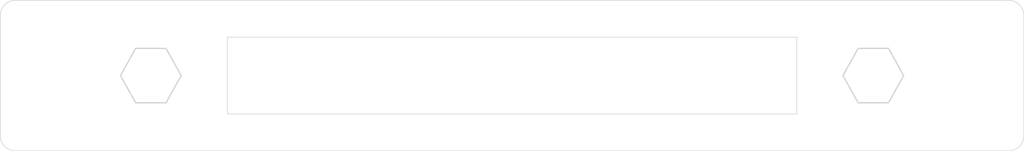
<source format=kicad_pcb>
(kicad_pcb (version 20240108) (generator "pcbnew") (generator_version "8.0")
  (layers (0 "F.Cu" signal) (31 "B.Cu" signal) (34 "B.Paste" user) (35 "F.Paste" user) (36 "B.SilkS" user "B.Silkscreen") (37 "F.SilkS" user "F.Silkscreen") (38 "B.Mask" user) (39 "F.Mask" user) (44 "Edge.Cuts" user))
  (net 0 "")
  (footprint "kbd_Hole:m2_Screw_Hole" (layer "F.Cu") (at 128.5875 51.196875)
    (property "Reference" "Ref**")
    (property "Value" "Val**")
    (pad "" np_thru_hole circle (at 0 0) (size 2.2 2.2) (drill 2.2) (layers "*.Cu" "*.Mask"))
  )
  (footprint "kbd_Hole:m2_Spacer_Hole_hex" (layer "F.Cu") (at 121.44375 51.196875)
    (property "Reference" "Ref**")
    (property "Value" "Val**")
    (fp_line (start -2.4 0) (end -1.2 2.15) (stroke (width 0.1)) (layer "Edge.Cuts"))
    (fp_line (start -1.2 -2.15) (end -2.4 0) (stroke (width 0.1)) (layer "Edge.Cuts"))
    (fp_line (start -1.2 2.15) (end 1.2 2.15) (stroke (width 0.1)) (layer "Edge.Cuts"))
    (fp_line (start 1.2 -2.15) (end -1.2 -2.15) (stroke (width 0.1)) (layer "Edge.Cuts"))
    (fp_line (start 1.2 2.15) (end 2.4 0) (stroke (width 0.1)) (layer "Edge.Cuts"))
    (fp_line (start 2.4 0) (end 1.2 -2.15) (stroke (width 0.1)) (layer "Edge.Cuts"))
  )
  (footprint "kbd_Hole:m2_Spacer_Hole_hex" (layer "F.Cu") (at 64.29375 51.196875)
    (property "Reference" "Ref**")
    (property "Value" "Val**")
    (fp_line (start -2.4 0) (end -1.2 2.15) (stroke (width 0.1)) (layer "Edge.Cuts"))
    (fp_line (start -1.2 -2.15) (end -2.4 0) (stroke (width 0.1)) (layer "Edge.Cuts"))
    (fp_line (start -1.2 2.15) (end 1.2 2.15) (stroke (width 0.1)) (layer "Edge.Cuts"))
    (fp_line (start 1.2 -2.15) (end -1.2 -2.15) (stroke (width 0.1)) (layer "Edge.Cuts"))
    (fp_line (start 1.2 2.15) (end 2.4 0) (stroke (width 0.1)) (layer "Edge.Cuts"))
    (fp_line (start 2.4 0) (end 1.2 -2.15) (stroke (width 0.1)) (layer "Edge.Cuts"))
  )
  (footprint "kbd_Hole:m2_Screw_Hole" (layer "F.Cu") (at 57.15 51.196875)
    (property "Reference" "Ref**")
    (property "Value" "Val**")
    (pad "" np_thru_hole circle (at 0 0) (size 2.2 2.2) (drill 2.2) (layers "*.Cu" "*.Mask"))
  )
  (footprint "Rikkodo_FootPrint:rkd_KeyHall_6wx45_Cinderella" (layer "F.Cu") (at 92.86875 51.196875)
    (property "Reference" "LED3" (hide yes))
    (property "Value" "LED_SK6812MINI-E" (hide yes))
    (fp_line (start -22.525 3.0375) (end -22.525 -3.0375) (stroke (width 0.05)) (layer "Edge.Cuts"))
    (fp_line (start 22.525 -3.0375) (end -22.525 -3.0375) (stroke (width 0.05)) (layer "Edge.Cuts"))
    (fp_line (start 22.525 -3.0375) (end 22.525 3.0375) (stroke (width 0.05)) (layer "Edge.Cuts"))
    (fp_line (start 22.525 3.0375) (end -22.525 3.0375) (stroke (width 0.05)) (layer "Edge.Cuts"))
  )
  (gr_arc (start 133.35 55.959375) (mid 133.001274 56.801274) (end 132.159375 57.15) (stroke (width 0.05)) (layer "Edge.Cuts"))
  (gr_line (start 132.159375 45.24375) (end 53.578125 45.24375) (stroke (width 0.05)) (layer "Edge.Cuts"))
  (gr_arc (start 52.3875 46.434375) (mid 52.736226 45.592476) (end 53.578125 45.24375) (stroke (width 0.05)) (layer "Edge.Cuts"))
  (gr_line (start 132.159375 57.15) (end 53.578125 57.15) (stroke (width 0.05)) (layer "Edge.Cuts"))
  (gr_line (start 52.3875 46.434375) (end 52.3875 55.959375) (stroke (width 0.05)) (layer "Edge.Cuts"))
  (gr_arc (start 53.578125 57.15) (mid 52.736226 56.801274) (end 52.3875 55.959375) (stroke (width 0.05)) (layer "Edge.Cuts"))
  (gr_arc (start 132.159375 45.24375) (mid 133.001274 45.592476) (end 133.35 46.434375) (stroke (width 0.05)) (layer "Edge.Cuts"))
  (gr_line (start 133.35 46.434375) (end 133.35 55.959375) (stroke (width 0.05)) (layer "Edge.Cuts"))
)
</source>
